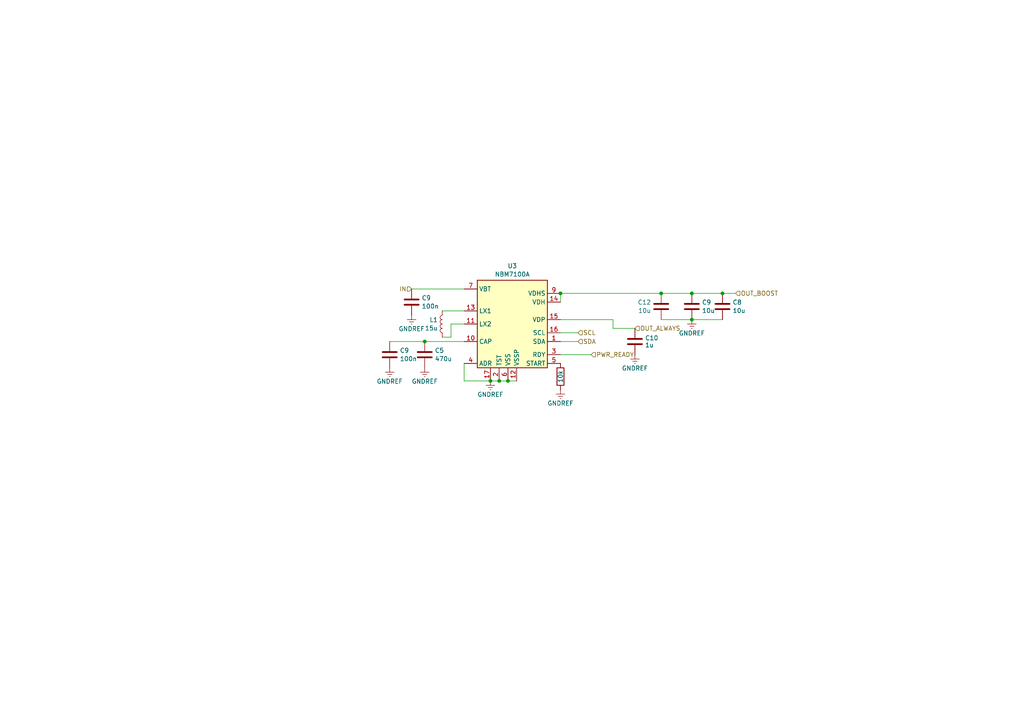
<source format=kicad_sch>
(kicad_sch (version 20230121) (generator eeschema)
  (paper "A4")
  (lib_symbols
    (symbol "Library:C" (pin_numbers hide) (pin_names (offset 0.254))
      (property "Reference" "C" (at 0.635 2.54 0))
      (property "Value" "C" (at 0.635 -2.54 0))
      (symbol "C_0_1"
        (polyline (pts (xy -2.032 -0.762) (xy 2.032 -0.762)) (stroke (width 0.508)))
        (polyline (pts (xy -2.032 0.762) (xy 2.032 0.762)) (stroke (width 0.508)))
      )
      (symbol "C_1_1"
        (pin passive line (at 0 3.81 270) (length 2.794) (name "~") (number "1"))
        (pin passive line (at 0 -3.81 90) (length 2.794) (name "~") (number "2"))
      )
    )
    (symbol "Library:L" (pin_numbers hide) (pin_names (offset 1.016) hide)
      (property "Reference" "L" (at -1.27 0 90))
      (property "Value" "L" (at 1.905 0 90))
      (symbol "L_0_1"
        (arc (start 0 -2.54) (mid 0.6323 -1.905) (end 0 -1.27))
        (arc (start 0 -1.27) (mid 0.6323 -0.635) (end 0 0))
        (arc (start 0 0) (mid 0.6323 0.635) (end 0 1.27))
        (arc (start 0 1.27) (mid 0.6323 1.905) (end 0 2.54))
      )
      (symbol "L_1_1"
        (pin passive line (at 0 3.81 270) (length 1.27) (name "1") (number "1"))
        (pin passive line (at 0 -3.81 90) (length 1.27) (name "2") (number "2"))
      )
    )
    (symbol "Library:NBM7100A"
      (property "Reference" "U" (at -7.62 13.97 0))
      (property "Value" "NBM7100A" (at 5.08 13.97 0))
      (symbol "NBM7100A_0_1"
        (rectangle (start -7.62 12.7) (end 12.7 -12.7) (stroke (width 0.254)) (fill (type background)))
      )
      (symbol "NBM7100A_1_0"
        (pin power_out line (at 3.81 -16.51 90) (length 3.81) (name "VSSP") (number "12"))
        (pin bidirectional line (at -11.43 3.81 0) (length 3.81) (name "LX1") (number "13"))
        (pin power_out line (at 16.51 6.35 180) (length 3.81) (name "VDH") (number "14"))
        (pin power_out line (at 16.51 1.27 180) (length 3.81) (name "VDP") (number "15"))
        (pin input line (at 16.51 -2.54 180) (length 3.81) (name "SCL") (number "16"))
        (pin input line (at -3.81 -16.51 90) (length 3.81) (name "") (number "17"))
        (pin no_connect line (at -33.02 -15.24 180) (length 3.81) hide (name "") (number "8"))
      )
      (symbol "NBM7100A_1_1"
        (pin input line (at 16.51 -5.08 180) (length 3.81) (name "SDA") (number "1"))
        (pin power_out line (at -11.43 -5.08 0) (length 3.81) (name "CAP") (number "10"))
        (pin bidirectional line (at -11.43 0 0) (length 3.81) (name "LX2") (number "11"))
        (pin input line (at -1.27 -16.51 90) (length 3.81) (name "TST") (number "2"))
        (pin output line (at 16.51 -8.89 180) (length 3.81) (name "RDY") (number "3"))
        (pin input line (at -11.43 -11.43 0) (length 3.81) (name "ADR") (number "4"))
        (pin input line (at 16.51 -11.43 180) (length 3.81) (name "START") (number "5"))
        (pin power_in line (at 1.27 -16.51 90) (length 3.81) (name "VSS") (number "6"))
        (pin power_in line (at -11.43 10.16 0) (length 3.81) (name "VBT") (number "7"))
        (pin input line (at 16.51 8.89 180) (length 3.81) (name "VDHS") (number "9"))
      )
    )
    (symbol "Library:R" (pin_numbers hide) (pin_names (offset 0))
      (property "Reference" "R" (at 2.032 0 90))
      (property "Value" "R" (at 0 0 90))
      (symbol "R_0_1"
        (rectangle (start -1.016 -2.54) (end 1.016 2.54) (stroke (width 0.254)))
      )
      (symbol "R_1_1"
        (pin passive line (at 0 3.81 270) (length 1.27) (name "~") (number "1"))
        (pin passive line (at 0 -3.81 90) (length 1.27) (name "~") (number "2"))
      )
    )
    (symbol "power:GNDREF" (power) (pin_names (offset 0))
      (property "Value" "GNDREF" (at 0 -3.81 0))
      (symbol "GNDREF_0_1"
        (polyline (pts (xy -0.635 -1.905) (xy 0.635 -1.905)))
        (polyline (pts (xy -0.127 -2.54) (xy 0.127 -2.54)))
        (polyline (pts (xy 0 -1.27) (xy 0 0)))
        (polyline (pts (xy 1.27 -1.27) (xy -1.27 -1.27)))
      )
      (symbol "GNDREF_1_1"
        (pin power_in line (at 0 0 270) (length 0) hide (name "GNDREF") (number "1"))
      )
    )
  )
  (junction (at 144.78 110.49))
  (junction (at 191.77 85.09))
  (junction (at 162.56 85.09))
  (junction (at 200.66 85.09))
  (junction (at 142.24 110.49))
  (junction (at 147.32 110.49))
  (junction (at 123.19 99.06))
  (junction (at 200.66 92.71))
  (junction (at 209.55 85.09))
  (wire (pts (xy 134.62 110.49) (xy 142.24 110.49)))
  (wire (pts (xy 162.56 85.09) (xy 191.77 85.09)))
  (wire (pts (xy 162.56 102.87) (xy 171.45 102.87)))
  (wire (pts (xy 177.8 95.25) (xy 184.15 95.25)))
  (wire (pts (xy 123.19 99.06) (xy 134.62 99.06)))
  (wire (pts (xy 177.8 95.25) (xy 177.8 92.71)))
  (wire (pts (xy 134.62 105.41) (xy 134.62 110.49)))
  (wire (pts (xy 177.8 92.71) (xy 162.56 92.71)))
  (wire (pts (xy 200.66 85.09) (xy 191.77 85.09)))
  (wire (pts (xy 128.27 97.79) (xy 130.81 97.79)))
  (wire (pts (xy 209.55 85.09) (xy 213.36 85.09)))
  (wire (pts (xy 130.81 93.98) (xy 134.62 93.98)))
  (wire (pts (xy 142.24 110.49) (xy 144.78 110.49)))
  (wire (pts (xy 209.55 92.71) (xy 200.66 92.71)))
  (wire (pts (xy 200.66 85.09) (xy 209.55 85.09)))
  (wire (pts (xy 162.56 96.52) (xy 167.64 96.52)))
  (wire (pts (xy 144.78 110.49) (xy 147.32 110.49)))
  (wire (pts (xy 200.66 92.71) (xy 191.77 92.71)))
  (wire (pts (xy 119.38 83.82) (xy 134.62 83.82)))
  (wire (pts (xy 113.03 99.06) (xy 123.19 99.06)))
  (wire (pts (xy 162.56 99.06) (xy 167.64 99.06)))
  (wire (pts (xy 130.81 97.79) (xy 130.81 93.98)))
  (wire (pts (xy 162.56 85.09) (xy 162.56 87.63)))
  (wire (pts (xy 128.27 90.17) (xy 134.62 90.17)))
  (wire (pts (xy 147.32 110.49) (xy 149.86 110.49)))
  (hierarchical_label "IN" (shape input) (at 119.38 83.82 180))
  (hierarchical_label "OUT_BOOST" (shape input) (at 213.36 85.09 0))
  (hierarchical_label "PWR_READY" (shape input) (at 171.45 102.87 0))
  (hierarchical_label "SDA" (shape input) (at 167.64 99.06 0))
  (hierarchical_label "OUT_ALWAYS" (shape input) (at 184.15 95.25 0))
  (hierarchical_label "SCL" (shape input) (at 167.64 96.52 0))
  (symbol (lib_id "power:GNDREF") (at 162.56 113.03 0) (unit 1)
    (property "Reference" "#PWR020" (effects hide))
    (property "Value" "GNDREF" (at 162.56 116.975 0))
  )
  (symbol (lib_id "Library:C") (at 184.15 99.06 0) (unit 1)
    (property "Reference" "C10" (at 187.071 98.036 0) (effects (justify left)))
    (property "Value" "1u" (at 187.071 100.084 0) (effects (justify left)))
    (property "Footprint" "Capacitor_SMD:C_0603_1608Metric" (effects hide))
    (property "MPN" "C307514" (effects hide))
  )
  (symbol (lib_id "power:GNDREF") (at 119.38 91.44 0) (unit 1)
    (property "Reference" "#PWR012" (effects hide))
    (property "Value" "GNDREF" (at 119.38 95.385 0))
  )
  (symbol (lib_id "Library:C") (at 200.66 88.9 180) (unit 1)
    (property "Reference" "C9" (at 203.581 87.6879 0) (effects (justify right)))
    (property "Value" "10u" (at 203.581 90.1121 0) (effects (justify right)))
    (property "Footprint" "Capacitor_SMD:C_0603_1608Metric" (effects hide))
    (property "MPN" "C19702" (effects hide))
  )
  (symbol (lib_id "power:GNDREF") (at 123.19 106.68 0) (unit 1)
    (property "Reference" "#PWR013" (effects hide))
    (property "Value" "GNDREF" (at 123.19 110.625 0))
  )
  (symbol (lib_id "Library:L") (at 128.27 93.98 180) (unit 1)
    (property "Reference" "L1" (at 127.0027 92.7679 0) (effects (justify left)))
    (property "Value" "15u" (at 127.0027 95.1921 0) (effects (justify left)))
    (property "Footprint" "Inductor_SMD:L_Sunlord_MWSA0604S" (effects hide))
    (property "MPN" "C408458" (effects hide))
    (property "Saturation Current" "1A" (effects hide))
  )
  (symbol (lib_id "Library:R") (at 162.56 109.22 0) (unit 1)
    (property "Reference" "R10" (effects hide))
    (property "Value" "10k" (at 162.56 109.22 90))
    (property "Footprint" "Resistor_SMD:R_0402_1005Metric" (effects hide))
    (property "MPN" "C26083" (effects hide))
  )
  (symbol (lib_id "Library:C") (at 113.03 102.87 0) (unit 1)
    (property "Reference" "C9" (at 115.951 101.6579 0) (effects (justify left)))
    (property "Value" "100n" (at 115.951 104.0821 0) (effects (justify left)))
    (property "Footprint" "Capacitor_SMD:C_0603_1608Metric" (effects hide))
    (property "MPN" "C14663" (effects hide))
    (instances (project "DiveCAN Head2" (path "" (reference "C9") (unit 1)) (path "" (reference "C10") (unit 1)) (path "" (reference "C11") (unit 1)) (path "" (reference "C3") (unit 1)) (path "" (reference "C3") (unit 1))))
  )
  (symbol (lib_id "power:GNDREF") (at 200.66 92.71 0) (unit 1)
    (property "Reference" "#PWR020" (effects hide))
    (property "Value" "GNDREF" (at 200.66 96.655 0))
    (instances (project "DiveCAN Head2" (path "" (reference "#PWR020") (unit 1)) (path "" (reference "#PWR027") (unit 1))))
  )
  (symbol (lib_id "Library:C") (at 209.55 88.9 180) (unit 1)
    (property "Reference" "C8" (at 212.471 87.6879 0) (effects (justify right)))
    (property "Value" "10u" (at 212.471 90.1121 0) (effects (justify right)))
    (property "Footprint" "Capacitor_SMD:C_0603_1608Metric" (effects hide))
    (property "MPN" "C19702" (effects hide))
  )
  (symbol (lib_id "Library:C") (at 119.38 87.63 0) (unit 1)
    (property "Reference" "C9" (at 122.301 86.4179 0) (effects (justify left)))
    (property "Value" "100n" (at 122.301 88.8421 0) (effects (justify left)))
    (property "Footprint" "Capacitor_SMD:C_0603_1608Metric" (effects hide))
    (property "MPN" "C14663" (effects hide))
    (instances (project "DiveCAN Head2" (path "" (reference "C9") (unit 1)) (path "" (reference "C10") (unit 1)) (path "" (reference "C11") (unit 1)) (path "" (reference "C4") (unit 1)) (path "" (reference "C4") (unit 1))))
  )
  (symbol (lib_id "power:GNDREF") (at 142.24 110.49 0) (unit 1)
    (property "Reference" "#PWR017" (effects hide))
    (property "Value" "GNDREF" (at 142.24 114.435 0))
  )
  (symbol (lib_id "Library:C") (at 123.19 102.87 0) (unit 1)
    (property "Reference" "C5" (at 126.111 101.6579 0) (effects (justify left)))
    (property "Value" "470u" (at 126.111 104.0821 0) (effects (justify left)))
    (property "Footprint" "Capacitor_SMD:C_Elec_10x10.2" (effects hide))
    (property "MPN" "C178632" (effects hide))
  )
  (symbol (lib_id "power:GNDREF") (at 113.03 106.68 0) (unit 1)
    (property "Reference" "#PWR011" (effects hide))
    (property "Value" "GNDREF" (at 113.03 110.625 0))
  )
  (symbol (lib_id "Library:C") (at 191.77 88.9 180) (unit 1)
    (property "Reference" "C12" (at 188.849 87.6879 0) (effects (justify left)))
    (property "Value" "10u" (at 188.849 90.1121 0) (effects (justify left)))
    (property "Footprint" "Capacitor_SMD:C_0603_1608Metric" (effects hide))
    (property "MPN" "C19702" (effects hide))
  )
  (symbol (lib_id "Library:NBM7100A") (at 146.05 93.98 0) (unit 1)
    (property "Reference" "U3" (at 148.59 77.1357 0))
    (property "Value" "NBM7100A" (at 148.59 79.5599 0))
    (property "Footprint" "Package_DFN_QFN:DHVQFN-16-1EP_2.5x3.5mm_P0.5mm_EP1x2mm" (effects hide))
    (property "Datasheet" "https://assets.nexperia.com/documents/data-sheet/NBM7100.pdf" (effects hide))
    (property "MPN" "C17701903" (effects hide))
  )
  (symbol (lib_id "power:GNDREF") (at 184.15 102.87 0) (unit 1)
    (property "Reference" "#PWR025" (effects hide))
    (property "Value" "GNDREF" (at 184.15 106.815 0))
  )
)
</source>
